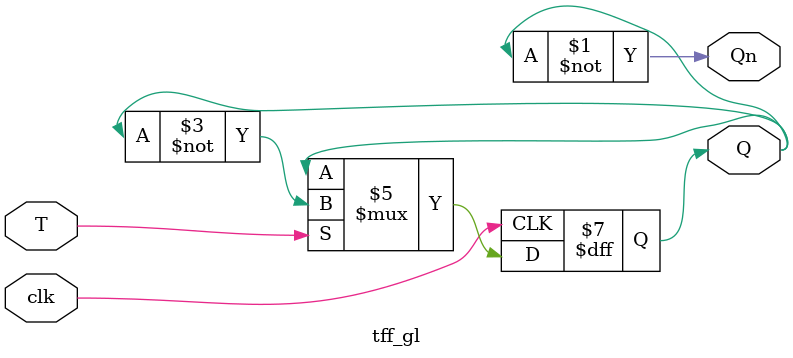
<source format=v>
`timescale 1ns / 1ps

module tff_gl(
    input T,
    input clk,
    output reg Q,
    output Qn
);

assign Qn = ~Q;

always @(posedge clk) begin
    if (T)
        Q <= ~Q; // Toggle
    else
        Q <= Q;  // Hold
end

endmodule
</source>
